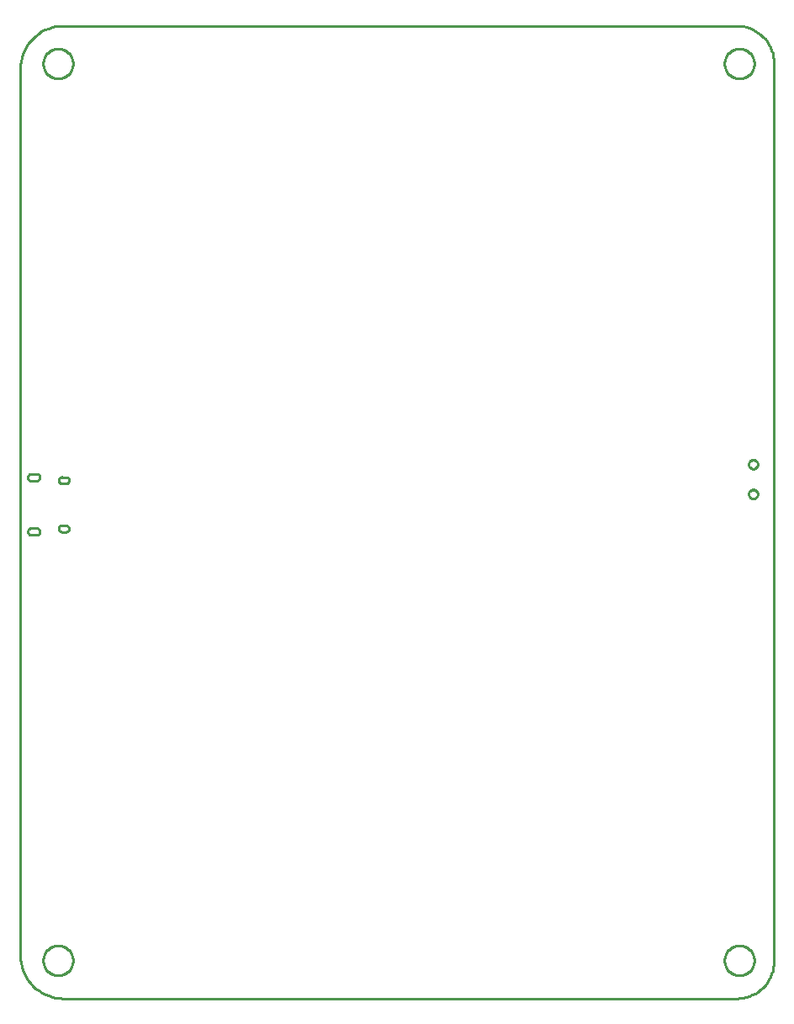
<source format=gbr>
G04 EAGLE Gerber RS-274X export*
G75*
%MOMM*%
%FSLAX34Y34*%
%LPD*%
%IN*%
%IPPOS*%
%AMOC8*
5,1,8,0,0,1.08239X$1,22.5*%
G01*
%ADD10C,0.254000*%


D10*
X0Y43360D02*
X165Y39581D01*
X659Y35831D01*
X1477Y32138D01*
X2615Y28530D01*
X4063Y25036D01*
X5809Y21680D01*
X7842Y18490D01*
X10144Y15489D01*
X12700Y12700D01*
X15489Y10144D01*
X18490Y7842D01*
X21680Y5809D01*
X25036Y4063D01*
X28530Y2615D01*
X32138Y1477D01*
X35831Y659D01*
X39581Y165D01*
X43360Y0D01*
X721148Y0D01*
X724421Y143D01*
X727669Y571D01*
X730867Y1280D01*
X733992Y2265D01*
X737018Y3518D01*
X739924Y5031D01*
X742687Y6791D01*
X745286Y8786D01*
X747701Y10999D01*
X749915Y13414D01*
X751909Y16013D01*
X753669Y18776D01*
X755182Y21682D01*
X756435Y24708D01*
X757420Y27833D01*
X758130Y31031D01*
X758557Y34279D01*
X758700Y37552D01*
X758700Y940409D01*
X758558Y943668D01*
X758132Y946902D01*
X757426Y950087D01*
X756445Y953198D01*
X755197Y956211D01*
X753691Y959105D01*
X751938Y961856D01*
X749952Y964444D01*
X747749Y966849D01*
X745344Y969052D01*
X742756Y971038D01*
X740005Y972791D01*
X737111Y974297D01*
X734098Y975545D01*
X730987Y976526D01*
X727802Y977232D01*
X724568Y977658D01*
X721309Y977800D01*
X43190Y977800D01*
X39425Y977636D01*
X35690Y977144D01*
X32011Y976328D01*
X28418Y975195D01*
X24937Y973753D01*
X21595Y972014D01*
X18417Y969989D01*
X15428Y967696D01*
X12650Y965150D01*
X10104Y962372D01*
X7811Y959383D01*
X5786Y956205D01*
X4047Y952863D01*
X2605Y949382D01*
X1472Y945789D01*
X656Y942110D01*
X164Y938375D01*
X0Y934610D01*
X0Y43360D01*
X7660Y469270D02*
X7663Y468972D01*
X7692Y468676D01*
X7747Y468384D01*
X7827Y468097D01*
X7932Y467818D01*
X8060Y467550D01*
X8212Y467294D01*
X8385Y467052D01*
X8579Y466826D01*
X8791Y466618D01*
X9021Y466429D01*
X9267Y466261D01*
X9526Y466114D01*
X9797Y465991D01*
X10078Y465893D01*
X10366Y465819D01*
X10660Y465770D01*
X16660Y465770D01*
X16954Y465819D01*
X17242Y465893D01*
X17523Y465991D01*
X17794Y466114D01*
X18053Y466261D01*
X18299Y466429D01*
X18529Y466618D01*
X18741Y466826D01*
X18935Y467052D01*
X19108Y467294D01*
X19260Y467550D01*
X19388Y467818D01*
X19493Y468097D01*
X19573Y468384D01*
X19628Y468676D01*
X19657Y468972D01*
X19660Y469270D01*
X19657Y469568D01*
X19628Y469864D01*
X19573Y470156D01*
X19493Y470443D01*
X19388Y470722D01*
X19260Y470990D01*
X19108Y471246D01*
X18935Y471488D01*
X18741Y471714D01*
X18529Y471922D01*
X18299Y472111D01*
X18053Y472280D01*
X17794Y472426D01*
X17523Y472549D01*
X17242Y472647D01*
X16954Y472721D01*
X16660Y472770D01*
X10660Y472770D01*
X10366Y472721D01*
X10078Y472647D01*
X9797Y472549D01*
X9526Y472426D01*
X9267Y472280D01*
X9021Y472111D01*
X8791Y471922D01*
X8579Y471714D01*
X8385Y471488D01*
X8212Y471246D01*
X8060Y470990D01*
X7932Y470722D01*
X7827Y470443D01*
X7747Y470156D01*
X7692Y469864D01*
X7663Y469568D01*
X7660Y469270D01*
X38710Y520970D02*
X38727Y520674D01*
X38769Y520381D01*
X38837Y520092D01*
X38930Y519811D01*
X39047Y519538D01*
X39187Y519277D01*
X39350Y519030D01*
X39533Y518797D01*
X39736Y518581D01*
X39957Y518383D01*
X40195Y518206D01*
X40447Y518050D01*
X40712Y517917D01*
X40987Y517807D01*
X41271Y517721D01*
X41561Y517661D01*
X41855Y517626D01*
X41960Y517620D01*
X45960Y517620D01*
X46239Y517628D01*
X46516Y517660D01*
X46790Y517716D01*
X47057Y517796D01*
X47317Y517898D01*
X47566Y518023D01*
X47804Y518169D01*
X48028Y518336D01*
X48237Y518521D01*
X48429Y518724D01*
X48602Y518943D01*
X48756Y519176D01*
X48889Y519421D01*
X49000Y519677D01*
X49088Y519942D01*
X49153Y520214D01*
X49193Y520490D01*
X49210Y520768D01*
X49210Y520870D01*
X49198Y521153D01*
X49161Y521434D01*
X49099Y521711D01*
X49014Y521982D01*
X48906Y522244D01*
X48775Y522495D01*
X48622Y522734D01*
X48450Y522959D01*
X48258Y523168D01*
X48049Y523360D01*
X47824Y523532D01*
X47585Y523685D01*
X47334Y523816D01*
X47072Y523924D01*
X46801Y524009D01*
X46524Y524071D01*
X46243Y524108D01*
X45960Y524120D01*
X41960Y524120D01*
X41699Y524131D01*
X41437Y524119D01*
X41178Y524085D01*
X40923Y524028D01*
X40674Y523949D01*
X40432Y523848D01*
X40200Y523727D01*
X39980Y523586D01*
X39773Y523427D01*
X39580Y523250D01*
X39404Y523057D01*
X39245Y522849D01*
X39105Y522628D01*
X38984Y522396D01*
X38885Y522154D01*
X38807Y521905D01*
X38750Y521649D01*
X38717Y521390D01*
X38706Y521129D01*
X38710Y520970D01*
X7660Y523870D02*
X7663Y523572D01*
X7692Y523276D01*
X7747Y522984D01*
X7827Y522697D01*
X7932Y522418D01*
X8060Y522150D01*
X8212Y521894D01*
X8385Y521652D01*
X8579Y521426D01*
X8791Y521218D01*
X9021Y521029D01*
X9267Y520861D01*
X9526Y520714D01*
X9797Y520591D01*
X10078Y520493D01*
X10366Y520419D01*
X10660Y520370D01*
X16660Y520370D01*
X16954Y520419D01*
X17242Y520493D01*
X17523Y520591D01*
X17794Y520714D01*
X18053Y520861D01*
X18299Y521029D01*
X18529Y521218D01*
X18741Y521426D01*
X18935Y521652D01*
X19108Y521894D01*
X19260Y522150D01*
X19388Y522418D01*
X19493Y522697D01*
X19573Y522984D01*
X19628Y523276D01*
X19657Y523572D01*
X19660Y523870D01*
X19657Y524168D01*
X19628Y524464D01*
X19573Y524756D01*
X19493Y525043D01*
X19388Y525322D01*
X19260Y525590D01*
X19108Y525846D01*
X18935Y526088D01*
X18741Y526314D01*
X18529Y526522D01*
X18299Y526711D01*
X18053Y526880D01*
X17794Y527026D01*
X17523Y527149D01*
X17242Y527247D01*
X16954Y527321D01*
X16660Y527370D01*
X10660Y527370D01*
X10366Y527321D01*
X10078Y527247D01*
X9797Y527149D01*
X9526Y527026D01*
X9267Y526880D01*
X9021Y526711D01*
X8791Y526522D01*
X8579Y526314D01*
X8385Y526088D01*
X8212Y525846D01*
X8060Y525590D01*
X7932Y525322D01*
X7827Y525043D01*
X7747Y524756D01*
X7692Y524464D01*
X7663Y524168D01*
X7660Y523870D01*
X38710Y472370D02*
X38727Y472074D01*
X38769Y471781D01*
X38837Y471492D01*
X38930Y471211D01*
X39047Y470938D01*
X39187Y470677D01*
X39350Y470430D01*
X39533Y470197D01*
X39736Y469981D01*
X39957Y469783D01*
X40195Y469606D01*
X40447Y469450D01*
X40712Y469317D01*
X40987Y469207D01*
X41271Y469121D01*
X41561Y469061D01*
X41855Y469026D01*
X41960Y469020D01*
X45960Y469020D01*
X46239Y469028D01*
X46516Y469060D01*
X46790Y469116D01*
X47057Y469196D01*
X47317Y469298D01*
X47566Y469423D01*
X47804Y469569D01*
X48028Y469736D01*
X48237Y469921D01*
X48429Y470124D01*
X48602Y470343D01*
X48756Y470576D01*
X48889Y470821D01*
X49000Y471077D01*
X49088Y471342D01*
X49153Y471614D01*
X49193Y471890D01*
X49210Y472168D01*
X49210Y472270D01*
X49198Y472553D01*
X49161Y472834D01*
X49099Y473111D01*
X49014Y473382D01*
X48906Y473644D01*
X48775Y473895D01*
X48622Y474134D01*
X48450Y474359D01*
X48258Y474568D01*
X48049Y474760D01*
X47824Y474932D01*
X47585Y475085D01*
X47334Y475216D01*
X47072Y475324D01*
X46801Y475409D01*
X46524Y475471D01*
X46243Y475508D01*
X45960Y475520D01*
X41960Y475520D01*
X41699Y475531D01*
X41437Y475519D01*
X41178Y475485D01*
X40923Y475428D01*
X40674Y475349D01*
X40432Y475248D01*
X40200Y475127D01*
X39980Y474986D01*
X39773Y474827D01*
X39580Y474650D01*
X39404Y474457D01*
X39245Y474249D01*
X39105Y474028D01*
X38984Y473796D01*
X38885Y473554D01*
X38807Y473305D01*
X38750Y473049D01*
X38717Y472790D01*
X38706Y472529D01*
X38710Y472370D01*
X738165Y532470D02*
X738750Y532547D01*
X739320Y532700D01*
X739865Y532925D01*
X740375Y533220D01*
X740843Y533579D01*
X741261Y533997D01*
X741620Y534465D01*
X741915Y534975D01*
X742140Y535520D01*
X742293Y536090D01*
X742370Y536675D01*
X742370Y537265D01*
X742293Y537850D01*
X742140Y538420D01*
X741915Y538965D01*
X741620Y539475D01*
X741261Y539943D01*
X740843Y540361D01*
X740375Y540720D01*
X739865Y541015D01*
X739320Y541240D01*
X738750Y541393D01*
X738165Y541470D01*
X737575Y541470D01*
X736990Y541393D01*
X736420Y541240D01*
X735875Y541015D01*
X735365Y540720D01*
X734897Y540361D01*
X734479Y539943D01*
X734120Y539475D01*
X733825Y538965D01*
X733600Y538420D01*
X733447Y537850D01*
X733370Y537265D01*
X733370Y536675D01*
X733447Y536090D01*
X733600Y535520D01*
X733825Y534975D01*
X734120Y534465D01*
X734479Y533997D01*
X734897Y533579D01*
X735365Y533220D01*
X735875Y532925D01*
X736420Y532700D01*
X736990Y532547D01*
X737575Y532470D01*
X738165Y532470D01*
X738165Y502470D02*
X738750Y502547D01*
X739320Y502700D01*
X739865Y502925D01*
X740375Y503220D01*
X740843Y503579D01*
X741261Y503997D01*
X741620Y504465D01*
X741915Y504975D01*
X742140Y505520D01*
X742293Y506090D01*
X742370Y506675D01*
X742370Y507265D01*
X742293Y507850D01*
X742140Y508420D01*
X741915Y508965D01*
X741620Y509475D01*
X741261Y509943D01*
X740843Y510361D01*
X740375Y510720D01*
X739865Y511015D01*
X739320Y511240D01*
X738750Y511393D01*
X738165Y511470D01*
X737575Y511470D01*
X736990Y511393D01*
X736420Y511240D01*
X735875Y511015D01*
X735365Y510720D01*
X734897Y510361D01*
X734479Y509943D01*
X734120Y509475D01*
X733825Y508965D01*
X733600Y508420D01*
X733447Y507850D01*
X733370Y507265D01*
X733370Y506675D01*
X733447Y506090D01*
X733600Y505520D01*
X733825Y504975D01*
X734120Y504465D01*
X734479Y503997D01*
X734897Y503579D01*
X735365Y503220D01*
X735875Y502925D01*
X736420Y502700D01*
X736990Y502547D01*
X737575Y502470D01*
X738165Y502470D01*
X53100Y37564D02*
X53024Y36496D01*
X52871Y35435D01*
X52643Y34388D01*
X52341Y33360D01*
X51967Y32356D01*
X51522Y31381D01*
X51008Y30441D01*
X50429Y29540D01*
X49787Y28682D01*
X49085Y27872D01*
X48328Y27115D01*
X47518Y26413D01*
X46660Y25771D01*
X45759Y25192D01*
X44819Y24678D01*
X43844Y24233D01*
X42840Y23859D01*
X41812Y23557D01*
X40765Y23329D01*
X39704Y23176D01*
X38636Y23100D01*
X37564Y23100D01*
X36496Y23176D01*
X35435Y23329D01*
X34388Y23557D01*
X33360Y23859D01*
X32356Y24233D01*
X31381Y24678D01*
X30441Y25192D01*
X29540Y25771D01*
X28682Y26413D01*
X27872Y27115D01*
X27115Y27872D01*
X26413Y28682D01*
X25771Y29540D01*
X25192Y30441D01*
X24678Y31381D01*
X24233Y32356D01*
X23859Y33360D01*
X23557Y34388D01*
X23329Y35435D01*
X23176Y36496D01*
X23100Y37564D01*
X23100Y38636D01*
X23176Y39704D01*
X23329Y40765D01*
X23557Y41812D01*
X23859Y42840D01*
X24233Y43844D01*
X24678Y44819D01*
X25192Y45759D01*
X25771Y46660D01*
X26413Y47518D01*
X27115Y48328D01*
X27872Y49085D01*
X28682Y49787D01*
X29540Y50429D01*
X30441Y51008D01*
X31381Y51522D01*
X32356Y51967D01*
X33360Y52341D01*
X34388Y52643D01*
X35435Y52871D01*
X36496Y53024D01*
X37564Y53100D01*
X38636Y53100D01*
X39704Y53024D01*
X40765Y52871D01*
X41812Y52643D01*
X42840Y52341D01*
X43844Y51967D01*
X44819Y51522D01*
X45759Y51008D01*
X46660Y50429D01*
X47518Y49787D01*
X48328Y49085D01*
X49085Y48328D01*
X49787Y47518D01*
X50429Y46660D01*
X51008Y45759D01*
X51522Y44819D01*
X51967Y43844D01*
X52341Y42840D01*
X52643Y41812D01*
X52871Y40765D01*
X53024Y39704D01*
X53100Y38636D01*
X53100Y37564D01*
X53100Y939264D02*
X53024Y938196D01*
X52871Y937135D01*
X52643Y936088D01*
X52341Y935060D01*
X51967Y934056D01*
X51522Y933081D01*
X51008Y932141D01*
X50429Y931240D01*
X49787Y930382D01*
X49085Y929572D01*
X48328Y928815D01*
X47518Y928113D01*
X46660Y927471D01*
X45759Y926892D01*
X44819Y926378D01*
X43844Y925933D01*
X42840Y925559D01*
X41812Y925257D01*
X40765Y925029D01*
X39704Y924876D01*
X38636Y924800D01*
X37564Y924800D01*
X36496Y924876D01*
X35435Y925029D01*
X34388Y925257D01*
X33360Y925559D01*
X32356Y925933D01*
X31381Y926378D01*
X30441Y926892D01*
X29540Y927471D01*
X28682Y928113D01*
X27872Y928815D01*
X27115Y929572D01*
X26413Y930382D01*
X25771Y931240D01*
X25192Y932141D01*
X24678Y933081D01*
X24233Y934056D01*
X23859Y935060D01*
X23557Y936088D01*
X23329Y937135D01*
X23176Y938196D01*
X23100Y939264D01*
X23100Y940336D01*
X23176Y941404D01*
X23329Y942465D01*
X23557Y943512D01*
X23859Y944540D01*
X24233Y945544D01*
X24678Y946519D01*
X25192Y947459D01*
X25771Y948360D01*
X26413Y949218D01*
X27115Y950028D01*
X27872Y950785D01*
X28682Y951487D01*
X29540Y952129D01*
X30441Y952708D01*
X31381Y953222D01*
X32356Y953667D01*
X33360Y954041D01*
X34388Y954343D01*
X35435Y954571D01*
X36496Y954724D01*
X37564Y954800D01*
X38636Y954800D01*
X39704Y954724D01*
X40765Y954571D01*
X41812Y954343D01*
X42840Y954041D01*
X43844Y953667D01*
X44819Y953222D01*
X45759Y952708D01*
X46660Y952129D01*
X47518Y951487D01*
X48328Y950785D01*
X49085Y950028D01*
X49787Y949218D01*
X50429Y948360D01*
X51008Y947459D01*
X51522Y946519D01*
X51967Y945544D01*
X52341Y944540D01*
X52643Y943512D01*
X52871Y942465D01*
X53024Y941404D01*
X53100Y940336D01*
X53100Y939264D01*
X738900Y37564D02*
X738824Y36496D01*
X738671Y35435D01*
X738443Y34388D01*
X738141Y33360D01*
X737767Y32356D01*
X737322Y31381D01*
X736808Y30441D01*
X736229Y29540D01*
X735587Y28682D01*
X734885Y27872D01*
X734128Y27115D01*
X733318Y26413D01*
X732460Y25771D01*
X731559Y25192D01*
X730619Y24678D01*
X729644Y24233D01*
X728640Y23859D01*
X727612Y23557D01*
X726565Y23329D01*
X725504Y23176D01*
X724436Y23100D01*
X723364Y23100D01*
X722296Y23176D01*
X721235Y23329D01*
X720188Y23557D01*
X719160Y23859D01*
X718156Y24233D01*
X717181Y24678D01*
X716241Y25192D01*
X715340Y25771D01*
X714482Y26413D01*
X713672Y27115D01*
X712915Y27872D01*
X712213Y28682D01*
X711571Y29540D01*
X710992Y30441D01*
X710478Y31381D01*
X710033Y32356D01*
X709659Y33360D01*
X709357Y34388D01*
X709129Y35435D01*
X708976Y36496D01*
X708900Y37564D01*
X708900Y38636D01*
X708976Y39704D01*
X709129Y40765D01*
X709357Y41812D01*
X709659Y42840D01*
X710033Y43844D01*
X710478Y44819D01*
X710992Y45759D01*
X711571Y46660D01*
X712213Y47518D01*
X712915Y48328D01*
X713672Y49085D01*
X714482Y49787D01*
X715340Y50429D01*
X716241Y51008D01*
X717181Y51522D01*
X718156Y51967D01*
X719160Y52341D01*
X720188Y52643D01*
X721235Y52871D01*
X722296Y53024D01*
X723364Y53100D01*
X724436Y53100D01*
X725504Y53024D01*
X726565Y52871D01*
X727612Y52643D01*
X728640Y52341D01*
X729644Y51967D01*
X730619Y51522D01*
X731559Y51008D01*
X732460Y50429D01*
X733318Y49787D01*
X734128Y49085D01*
X734885Y48328D01*
X735587Y47518D01*
X736229Y46660D01*
X736808Y45759D01*
X737322Y44819D01*
X737767Y43844D01*
X738141Y42840D01*
X738443Y41812D01*
X738671Y40765D01*
X738824Y39704D01*
X738900Y38636D01*
X738900Y37564D01*
X738900Y939264D02*
X738824Y938196D01*
X738671Y937135D01*
X738443Y936088D01*
X738141Y935060D01*
X737767Y934056D01*
X737322Y933081D01*
X736808Y932141D01*
X736229Y931240D01*
X735587Y930382D01*
X734885Y929572D01*
X734128Y928815D01*
X733318Y928113D01*
X732460Y927471D01*
X731559Y926892D01*
X730619Y926378D01*
X729644Y925933D01*
X728640Y925559D01*
X727612Y925257D01*
X726565Y925029D01*
X725504Y924876D01*
X724436Y924800D01*
X723364Y924800D01*
X722296Y924876D01*
X721235Y925029D01*
X720188Y925257D01*
X719160Y925559D01*
X718156Y925933D01*
X717181Y926378D01*
X716241Y926892D01*
X715340Y927471D01*
X714482Y928113D01*
X713672Y928815D01*
X712915Y929572D01*
X712213Y930382D01*
X711571Y931240D01*
X710992Y932141D01*
X710478Y933081D01*
X710033Y934056D01*
X709659Y935060D01*
X709357Y936088D01*
X709129Y937135D01*
X708976Y938196D01*
X708900Y939264D01*
X708900Y940336D01*
X708976Y941404D01*
X709129Y942465D01*
X709357Y943512D01*
X709659Y944540D01*
X710033Y945544D01*
X710478Y946519D01*
X710992Y947459D01*
X711571Y948360D01*
X712213Y949218D01*
X712915Y950028D01*
X713672Y950785D01*
X714482Y951487D01*
X715340Y952129D01*
X716241Y952708D01*
X717181Y953222D01*
X718156Y953667D01*
X719160Y954041D01*
X720188Y954343D01*
X721235Y954571D01*
X722296Y954724D01*
X723364Y954800D01*
X724436Y954800D01*
X725504Y954724D01*
X726565Y954571D01*
X727612Y954343D01*
X728640Y954041D01*
X729644Y953667D01*
X730619Y953222D01*
X731559Y952708D01*
X732460Y952129D01*
X733318Y951487D01*
X734128Y950785D01*
X734885Y950028D01*
X735587Y949218D01*
X736229Y948360D01*
X736808Y947459D01*
X737322Y946519D01*
X737767Y945544D01*
X738141Y944540D01*
X738443Y943512D01*
X738671Y942465D01*
X738824Y941404D01*
X738900Y940336D01*
X738900Y939264D01*
M02*

</source>
